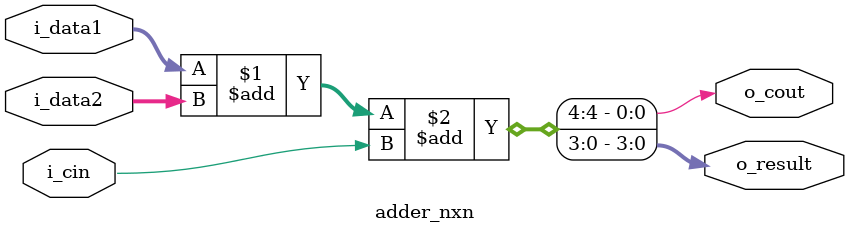
<source format=v>

module adder_nxn #(parameter N = 4) (
	output [N-1:0] o_result,
	output o_cout,

	input [N-1:0] i_data1,
	input [N-1:0] i_data2,

	input i_cin
	);

	assign {o_cout, o_result} = i_data1 + i_data2 + i_cin;//o_cout and o_result are concatenated to hold the result of the sum with carry out

endmodule
</source>
